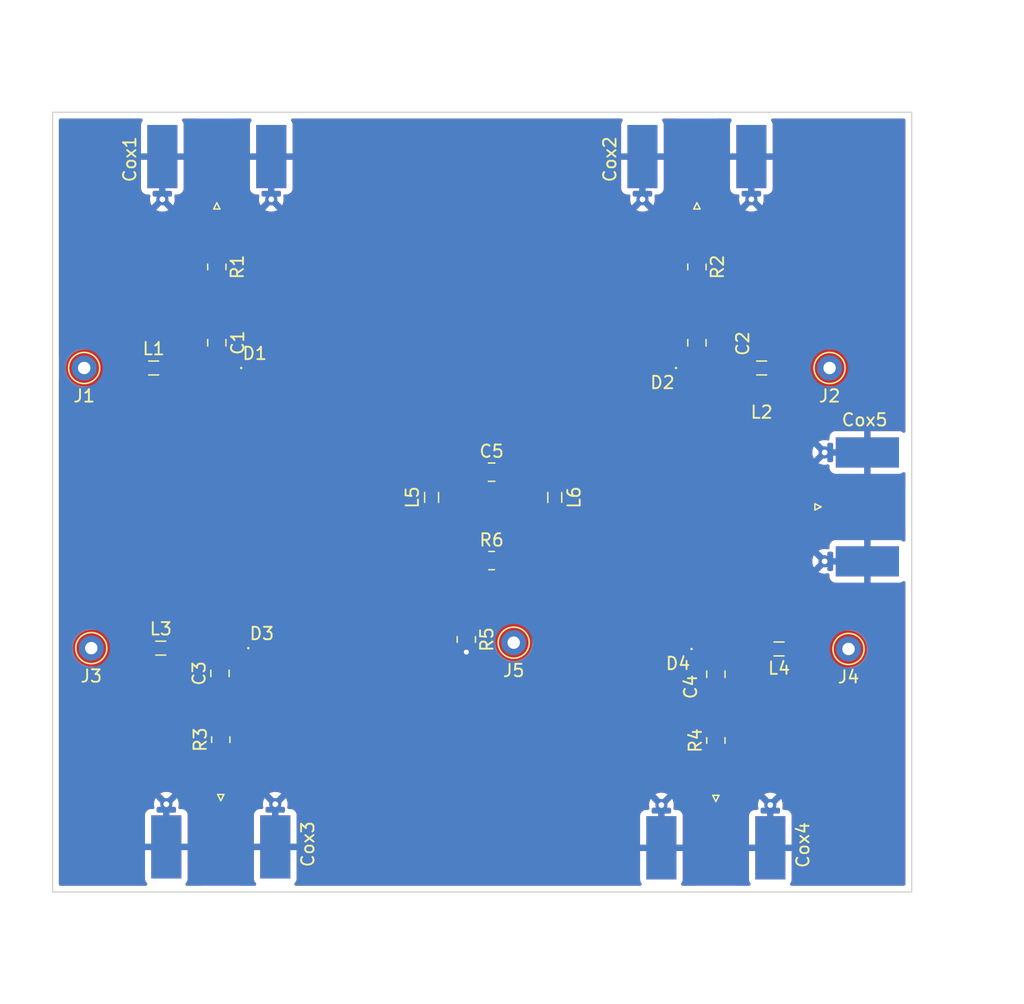
<source format=kicad_pcb>
(kicad_pcb (version 20211014) (generator pcbnew)
  (layers (0 "F.Cu" signal) (31 "B.Cu" signal) (34 "B.Paste" user) (35 "F.Paste" user) (36 "B.SilkS" user "B.Silkscreen") (37 "F.SilkS" user "F.Silkscreen") (38 "B.Mask" user) (39 "F.Mask" user) (44 "Edge.Cuts" user))
  (net 0 "")
  (net 1 "Net-(C1-Pad2)")
  (net 2 "Net-(C2-Pad1)")
  (net 3 "Net-(C2-Pad2)")
  (net 4 "Net-(C3-Pad1)")
  (net 5 "Net-(C3-Pad2)")
  (net 6 "Net-(C4-Pad1)")
  (net 7 "Net-(C4-Pad2)")
  (net 8 "Earth")
  (net 9 "Net-(C5-Pad1)")
  (net 10 "Net-(C5-Pad2)")
  (net 11 "Net-(Cox1-Pad1)")
  (net 12 "Net-(Cox2-Pad1)")
  (net 13 "Net-(C1-Pad1)")
  (net 14 "Net-(Cox3-Pad1)")
  (net 15 "Net-(Cox4-Pad1)")
  (net 16 "Net-(J1-Pad1)")
  (net 17 "Net-(J2-Pad1)")
  (net 18 "Net-(J3-Pad1)")
  (net 19 "Net-(J4-Pad1)")
  (net 20 "Net-(J5-Pad1)")
  (net 21 "Net-(L5-Pad1)")
  (footprint "Inductor_SMD:L_0805_2012Metric" (layer "F.Cu") (at 108.524 121.092)
    (fp_text reference "L3" (at 0 -1.55) (layer "F.SilkS"))
    (fp_text value "10uF")
    (fp_line (start -0.399622 0.56) (end 0.399622 0.56) (layer "F.SilkS") (width 0.12))
    (fp_line (start -0.399622 -0.56) (end 0.399622 -0.56) (layer "F.SilkS") (width 0.12))
    (pad "1" smd roundrect locked (at -1.0625 0) (size 0.875 1.2) (layers "F.Cu" "F.Paste" "F.Mask") (net 18 "Net-(J3-Pad1)"))
    (pad "2" smd roundrect locked (at 1.0625 0) (size 0.875 1.2) (layers "F.Cu" "F.Paste" "F.Mask") (net 5 "Net-(C3-Pad2)"))
  )
  (footprint "Connector_Pin:Pin_D1.0mm_L10.0mm" (layer "F.Cu") (at 102.362 98.552)
    (fp_text reference "J1" (at 0 2.25) (layer "F.SilkS"))
    (fp_text value "Conn_01x01_Male")
    (fp_circle (center 0 0) (end 1.25 0.05) (layer "F.SilkS") (width 0.12) (fill none))
    (pad "1" thru_hole circle locked (at 0 0) (size 2 2) (drill 1) (layers *.Cu *.Mask) (net 16 "Net-(J1-Pad1)"))
  )
  (footprint "Diode_SMD:D_0402_1005Metric" (layer "F.Cu") (at 116.652 121.092)
    (fp_text reference "D3" (at 0 -1.17) (layer "F.SilkS"))
    (fp_text value "DIODE")
    (fp_circle (center -1.09 0) (end -1.04 0) (layer "F.SilkS") (width 0.1) (fill none))
    (pad "1" smd roundrect locked (at -0.485 0) (size 0.59 0.64) (layers "F.Cu" "F.Paste" "F.Mask") (net 5 "Net-(C3-Pad2)"))
    (pad "2" smd roundrect locked (at 0.485 0) (size 0.59 0.64) (layers "F.Cu" "F.Paste" "F.Mask") (net 9 "Net-(C5-Pad1)"))
  )
  (footprint "Connector_Coaxial:SMA_Molex_73251-1153_EdgeMount_Horizontal" (layer "F.Cu") (at 113.03 83.26 -90)
    (fp_text reference "Cox1" (at -1.5 7 90) (layer "F.SilkS"))
    (fp_text value "Conn_Coaxial")
    (fp_line (start 2.5 -0.25) (end 2.5 0.25) (layer "F.SilkS") (width 0.12))
    (fp_line (start 2.5 0.25) (end 2 0) (layer "F.SilkS") (width 0.12))
    (fp_line (start 2 0) (end 2.5 -0.25) (layer "F.SilkS") (width 0.12))
    (pad "1" smd rect locked (at -1.72 0 270) (size 5.08 2.29) (layers "F.Cu" "F.Paste" "F.Mask") (net 11 "Net-(Cox1-Pad1)"))
    (pad "2" smd rect locked (at 1.27 -4.38 270) (size 0.95 0.46) (layers "B.Cu") (net 8 "Earth"))
    (pad "2" thru_hole circle locked (at 1.72 -4.38 270) (size 0.97 0.97) (drill 0.46) (layers *.Cu) (net 8 "Earth"))
    (pad "2" smd rect locked (at -1.72 -4.38 270) (size 5.08 2.42) (layers "B.Cu" "B.Paste" "B.Mask") (net 8 "Earth"))
    (pad "2" smd rect locked (at -1.72 -4.38 270) (size 5.08 2.42) (layers "F.Cu" "F.Paste" "F.Mask") (net 8 "Earth"))
    (pad "2" thru_hole circle locked (at 1.72 4.38 270) (size 0.97 0.97) (drill 0.46) (layers *.Cu) (net 8 "Earth"))
    (pad "2" smd rect locked (at 1.27 4.38 270) (size 0.95 0.46) (layers "F.Cu") (net 8 "Earth"))
    (pad "2" smd rect locked (at 1.27 -4.38 270) (size 0.95 0.46) (layers "F.Cu") (net 8 "Earth"))
    (pad "2" smd rect locked (at 1.27 4.38 270) (size 0.95 0.46) (layers "B.Cu") (net 8 "Earth"))
    (pad "2" smd rect locked (at -1.72 4.38 270) (size 5.08 2.42) (layers "F.Cu" "F.Paste" "F.Mask") (net 8 "Earth"))
    (pad "2" smd rect locked (at -1.72 4.38 270) (size 5.08 2.42) (layers "B.Cu" "B.Paste" "B.Mask") (net 8 "Earth"))
  )
  (footprint "Connector_Pin:Pin_D1.0mm_L10.0mm" (layer "F.Cu") (at 162.306 98.552)
    (fp_text reference "J2" (at 0 2.25) (layer "F.SilkS"))
    (fp_text value "Conn_01x01_Male")
    (fp_circle (center 0 0) (end 1.25 0.05) (layer "F.SilkS") (width 0.12) (fill none))
    (pad "1" thru_hole circle locked (at 0 0) (size 2 2) (drill 1) (layers *.Cu *.Mask) (net 17 "Net-(J2-Pad1)"))
  )
  (footprint "Diode_SMD:D_0402_1005Metric" (layer "F.Cu") (at 116.078 98.552)
    (fp_text reference "D1" (at 0 -1.17) (layer "F.SilkS"))
    (fp_text value "DIODE")
    (fp_circle (center -1.09 0) (end -1.04 0) (layer "F.SilkS") (width 0.1) (fill none))
    (pad "1" smd roundrect locked (at -0.485 0) (size 0.59 0.64) (layers "F.Cu" "F.Paste" "F.Mask") (net 1 "Net-(C1-Pad2)"))
    (pad "2" smd roundrect locked (at 0.485 0) (size 0.59 0.64) (layers "F.Cu" "F.Paste" "F.Mask") (net 9 "Net-(C5-Pad1)"))
  )
  (footprint "Resistor_SMD:R_0805_2012Metric" (layer "F.Cu") (at 153.162 128.524 90)
    (fp_text reference "R4" (at 0 -1.65 90) (layer "F.SilkS"))
    (fp_text value "50")
    (fp_line (start -0.227064 0.735) (end 0.227064 0.735) (layer "F.SilkS") (width 0.12))
    (fp_line (start -0.227064 -0.735) (end 0.227064 -0.735) (layer "F.SilkS") (width 0.12))
    (pad "1" smd roundrect locked (at -0.9125 0 90) (size 1.025 1.4) (layers "F.Cu" "F.Paste" "F.Mask") (roundrect_rratio 0.243902) (net 15 "Net-(Cox4-Pad1)"))
    (pad "2" smd roundrect locked (at 0.9125 0 90) (size 1.025 1.4) (layers "F.Cu" "F.Paste" "F.Mask") (roundrect_rratio 0.243902) (net 6 "Net-(C4-Pad1)"))
  )
  (footprint "Connector_Coaxial:SMA_Molex_73251-1153_EdgeMount_Horizontal" (layer "F.Cu") (at 151.638 83.26 -90)
    (fp_text reference "Cox2" (at -1.5 7 90) (layer "F.SilkS"))
    (fp_text value "Conn_Coaxial")
    (fp_line (start 2 0) (end 2.5 -0.25) (layer "F.SilkS") (width 0.12))
    (fp_line (start 2.5 0.25) (end 2 0) (layer "F.SilkS") (width 0.12))
    (fp_line (start 2.5 -0.25) (end 2.5 0.25) (layer "F.SilkS") (width 0.12))
    (pad "1" smd rect locked (at -1.72 0 270) (size 5.08 2.29) (layers "F.Cu" "F.Paste" "F.Mask") (net 12 "Net-(Cox2-Pad1)"))
    (pad "2" smd rect locked (at 1.27 -4.38 270) (size 0.95 0.46) (layers "B.Cu") (net 8 "Earth"))
    (pad "2" smd rect locked (at -1.72 -4.38 270) (size 5.08 2.42) (layers "F.Cu" "F.Paste" "F.Mask") (net 8 "Earth"))
    (pad "2" thru_hole circle locked (at 1.72 -4.38 270) (size 0.97 0.97) (drill 0.46) (layers *.Cu) (net 8 "Earth"))
    (pad "2" smd rect locked (at 1.27 4.38 270) (size 0.95 0.46) (layers "F.Cu") (net 8 "Earth"))
    (pad "2" smd rect locked (at 1.27 4.38 270) (size 0.95 0.46) (layers "B.Cu") (net 8 "Earth"))
    (pad "2" smd rect locked (at 1.27 -4.38 270) (size 0.95 0.46) (layers "F.Cu") (net 8 "Earth"))
    (pad "2" thru_hole circle locked (at 1.72 4.38 270) (size 0.97 0.97) (drill 0.46) (layers *.Cu) (net 8 "Earth"))
    (pad "2" smd rect locked (at -1.72 4.38 270) (size 5.08 2.42) (layers "F.Cu" "F.Paste" "F.Mask") (net 8 "Earth"))
    (pad "2" smd rect locked (at -1.72 -4.38 270) (size 5.08 2.42) (layers "B.Cu" "B.Paste" "B.Mask") (net 8 "Earth"))
    (pad "2" smd rect locked (at -1.72 4.38 270) (size 5.08 2.42) (layers "B.Cu" "B.Paste" "B.Mask") (net 8 "Earth"))
  )
  (footprint "Inductor_SMD:L_0805_2012Metric" (layer "F.Cu") (at 156.845 98.552 180)
    (fp_text reference "L2" (at 0 -3.556) (layer "F.SilkS"))
    (fp_text value "10uF")
    (fp_line (start -0.399622 -0.56) (end 0.399622 -0.56) (layer "F.SilkS") (width 0.12))
    (fp_line (start -0.399622 0.56) (end 0.399622 0.56) (layer "F.SilkS") (width 0.12))
    (pad "1" smd roundrect locked (at -1.0625 0 180) (size 0.875 1.2) (layers "F.Cu" "F.Paste" "F.Mask") (net 17 "Net-(J2-Pad1)"))
    (pad "2" smd roundrect locked (at 1.0625 0 180) (size 0.875 1.2) (layers "F.Cu" "F.Paste" "F.Mask") (net 3 "Net-(C2-Pad2)"))
  )
  (footprint "Connector_Pin:Pin_D1.0mm_L10.0mm" (layer "F.Cu") (at 163.83 121.158)
    (fp_text reference "J4" (at 0 2.25) (layer "F.SilkS"))
    (fp_text value "Conn_01x01_Male")
    (fp_circle (center 0 0) (end 1.25 0.05) (layer "F.SilkS") (width 0.12) (fill none))
    (pad "1" thru_hole circle locked (at 0 0) (size 2 2) (drill 1) (layers *.Cu *.Mask) (net 19 "Net-(J4-Pad1)"))
  )
  (footprint "Inductor_SMD:L_0805_2012Metric" (layer "F.Cu") (at 158.242 121.158 180)
    (fp_text reference "L4" (at 0 -1.55) (layer "F.SilkS"))
    (fp_text value "10uF")
    (fp_line (start -0.399622 0.56) (end 0.399622 0.56) (layer "F.SilkS") (width 0.12))
    (fp_line (start -0.399622 -0.56) (end 0.399622 -0.56) (layer "F.SilkS") (width 0.12))
    (pad "1" smd roundrect locked (at -1.0625 0 180) (size 0.875 1.2) (layers "F.Cu" "F.Paste" "F.Mask") (net 19 "Net-(J4-Pad1)"))
    (pad "2" smd roundrect locked (at 1.0625 0 180) (size 0.875 1.2) (layers "F.Cu" "F.Paste" "F.Mask") (net 7 "Net-(C4-Pad2)"))
  )
  (footprint "Inductor_SMD:L_0805_2012Metric" (layer "F.Cu") (at 140.208 108.966 -90)
    (fp_text reference "L6" (at 0 -1.55 90) (layer "F.SilkS"))
    (fp_text value "10uF")
    (fp_line (start -0.399622 0.56) (end 0.399622 0.56) (layer "F.SilkS") (width 0.12))
    (fp_line (start -0.399622 -0.56) (end 0.399622 -0.56) (layer "F.SilkS") (width 0.12))
    (pad "1" smd roundrect locked (at -1.0625 0 270) (size 0.875 1.2) (layers "F.Cu" "F.Paste" "F.Mask") (net 10 "Net-(C5-Pad2)"))
    (pad "2" smd roundrect locked (at 1.0625 0 270) (size 0.875 1.2) (layers "F.Cu" "F.Paste" "F.Mask") (net 20 "Net-(J5-Pad1)"))
  )
  (footprint "Inductor_SMD:L_0805_2012Metric" (layer "F.Cu") (at 107.95 98.552)
    (fp_text reference "L1" (at 0 -1.55) (layer "F.SilkS"))
    (fp_text value "10uF")
    (fp_line (start -0.399622 -0.56) (end 0.399622 -0.56) (layer "F.SilkS") (width 0.12))
    (fp_line (start -0.399622 0.56) (end 0.399622 0.56) (layer "F.SilkS") (width 0.12))
    (pad "1" smd roundrect locked (at -1.0625 0) (size 0.875 1.2) (layers "F.Cu" "F.Paste" "F.Mask") (net 16 "Net-(J1-Pad1)"))
    (pad "2" smd roundrect locked (at 1.0625 0) (size 0.875 1.2) (layers "F.Cu" "F.Paste" "F.Mask") (net 1 "Net-(C1-Pad2)"))
  )
  (footprint "Capacitor_SMD:C_0805_2012Metric" (layer "F.Cu") (at 113.03 96.52 -90)
    (fp_text reference "C1" (at 0 -1.68 90) (layer "F.SilkS"))
    (fp_text value "1nF")
    (fp_line (start -0.261252 -0.735) (end 0.261252 -0.735) (layer "F.SilkS") (width 0.12))
    (fp_line (start -0.261252 0.735) (end 0.261252 0.735) (layer "F.SilkS") (width 0.12))
    (pad "1" smd roundrect locked (at -0.95 0 270) (size 1 1.45) (layers "F.Cu" "F.Paste" "F.Mask") (net 13 "Net-(C1-Pad1)"))
    (pad "2" smd roundrect locked (at 0.95 0 270) (size 1 1.45) (layers "F.Cu" "F.Paste" "F.Mask") (net 1 "Net-(C1-Pad2)"))
  )
  (footprint "Diode_SMD:D_0402_1005Metric" (layer "F.Cu") (at 148.867 98.552 180)
    (fp_text reference "D2" (at 0 -1.17) (layer "F.SilkS"))
    (fp_text value "DIODE")
    (fp_circle (center -1.09 0) (end -1.04 0) (layer "F.SilkS") (width 0.1) (fill none))
    (pad "1" smd roundrect locked (at -0.485 0 180) (size 0.59 0.64) (layers "F.Cu" "F.Paste" "F.Mask") (net 3 "Net-(C2-Pad2)"))
    (pad "2" smd roundrect locked (at 0.485 0 180) (size 0.59 0.64) (layers "F.Cu" "F.Paste" "F.Mask") (net 9 "Net-(C5-Pad1)"))
  )
  (footprint "Connector_Pin:Pin_D1.0mm_L10.0mm" (layer "F.Cu") (at 136.906 120.65)
    (fp_text reference "J5" (at 0 2.25) (layer "F.SilkS"))
    (fp_text value "5V")
    (fp_circle (center 0 0) (end 1.25 0.05) (layer "F.SilkS") (width 0.12) (fill none))
    (pad "1" thru_hole circle locked (at 0 0) (size 2 2) (drill 1) (layers *.Cu *.Mask) (net 20 "Net-(J5-Pad1)"))
  )
  (footprint "Connector_Coaxial:SMA_Molex_73251-1153_EdgeMount_Horizontal" (layer "F.Cu") (at 163.628 109.728 180)
    (fp_text reference "Cox5" (at -1.5 7) (layer "F.SilkS"))
    (fp_text value "Conn_Coaxial")
    (fp_line (start 2.5 -0.25) (end 2.5 0.25) (layer "F.SilkS") (width 0.12))
    (fp_line (start 2 0) (end 2.5 -0.25) (layer "F.SilkS") (width 0.12))
    (fp_line (start 2.5 0.25) (end 2 0) (layer "F.SilkS") (width 0.12))
    (pad "1" smd rect locked (at -1.72 0 180) (size 5.08 2.29) (layers "F.Cu" "F.Paste" "F.Mask") (net 10 "Net-(C5-Pad2)"))
    (pad "2" thru_hole circle locked (at 1.72 4.38 180) (size 0.97 0.97) (drill 0.46) (layers *.Cu) (net 8 "Earth"))
    (pad "2" smd rect locked (at 1.27 -4.38 180) (size 0.95 0.46) (layers "F.Cu") (net 8 "Earth"))
    (pad "2" smd rect locked (at 1.27 4.38 180) (size 0.95 0.46) (layers "B.Cu") (net 8 "Earth"))
    (pad "2" thru_hole circle locked (at 1.72 -4.38 180) (size 0.97 0.97) (drill 0.46) (layers *.Cu) (net 8 "Earth"))
    (pad "2" smd rect locked (at -1.72 4.38 180) (size 5.08 2.42) (layers "F.Cu" "F.Paste" "F.Mask") (net 8 "Earth"))
    (pad "2" smd rect locked (at -1.72 -4.38 180) (size 5.08 2.42) (layers "F.Cu" "F.Paste" "F.Mask") (net 8 "Earth"))
    (pad "2" smd rect locked (at 1.27 -4.38 180) (size 0.95 0.46) (layers "B.Cu") (net 8 "Earth"))
    (pad "2" smd rect locked (at 1.27 4.38 180) (size 0.95 0.46) (layers "F.Cu") (net 8 "Earth"))
    (pad "2" smd rect locked (at -1.72 4.38 180) (size 5.08 2.42) (layers "B.Cu" "B.Paste" "B.Mask") (net 8 "Earth"))
    (pad "2" smd rect locked (at -1.72 -4.38 180) (size 5.08 2.42) (layers "B.Cu" "B.Paste" "B.Mask") (net 8 "Earth"))
  )
  (footprint "Resistor_SMD:R_0805_2012Metric" (layer "F.Cu") (at 113.35 128.458 90)
    (fp_text reference "R3" (at 0 -1.65 90) (layer "F.SilkS"))
    (fp_text value "50")
    (fp_line (start -0.227064 -0.735) (end 0.227064 -0.735) (layer "F.SilkS") (width 0.12))
    (fp_line (start -0.227064 0.735) (end 0.227064 0.735) (layer "F.SilkS") (width 0.12))
    (pad "1" smd roundrect locked (at -0.9125 0 90) (size 1.025 1.4) (layers "F.Cu" "F.Paste" "F.Mask") (roundrect_rratio 0.243902) (net 14 "Net-(Cox3-Pad1)"))
    (pad "2" smd roundrect locked (at 0.9125 0 90) (size 1.025 1.4) (layers "F.Cu" "F.Paste" "F.Mask") (roundrect_rratio 0.243902) (net 4 "Net-(C3-Pad1)"))
  )
  (footprint "Capacitor_SMD:C_0805_2012Metric" (layer "F.Cu") (at 113.284 123.124 90)
    (fp_text reference "C3" (at 0 -1.68 90) (layer "F.SilkS"))
    (fp_text value "1nF")
    (fp_line (start -0.261252 -0.735) (end 0.261252 -0.735) (layer "F.SilkS") (width 0.12))
    (fp_line (start -0.261252 0.735) (end 0.261252 0.735) (layer "F.SilkS") (width 0.12))
    (pad "1" smd roundrect locked (at -0.95 0 90) (size 1 1.45) (layers "F.Cu" "F.Paste" "F.Mask") (net 4 "Net-(C3-Pad1)"))
    (pad "2" smd roundrect locked (at 0.95 0 90) (size 1 1.45) (layers "F.Cu" "F.Paste" "F.Mask") (net 5 "Net-(C3-Pad2)"))
  )
  (footprint "Resistor_SMD:R_0805_2012Metric" (layer "F.Cu") (at 113.03 90.424 -90)
    (fp_text reference "R1" (at 0 -1.65 90) (layer "F.SilkS"))
    (fp_text value "50")
    (fp_line (start -0.227064 -0.735) (end 0.227064 -0.735) (layer "F.SilkS") (width 0.12))
    (fp_line (start -0.227064 0.735) (end 0.227064 0.735) (layer "F.SilkS") (width 0.12))
    (pad "1" smd roundrect locked (at -0.9125 0 270) (size 1.025 1.4) (layers "F.Cu" "F.Paste" "F.Mask") (roundrect_rratio 0.243902) (net 11 "Net-(Cox1-Pad1)"))
    (pad "2" smd roundrect locked (at 0.9125 0 270) (size 1.025 1.4) (layers "F.Cu" "F.Paste" "F.Mask") (roundrect_rratio 0.243902) (net 13 "Net-(C1-Pad1)"))
  )
  (footprint "Capacitor_SMD:C_0805_2012Metric" (layer "F.Cu") (at 135.128 106.934)
    (fp_text reference "C5" (at 0 -1.68) (layer "F.SilkS"))
    (fp_text value "1nF")
    (fp_line (start -0.261252 -0.735) (end 0.261252 -0.735) (layer "F.SilkS") (width 0.12))
    (fp_line (start -0.261252 0.735) (end 0.261252 0.735) (layer "F.SilkS") (width 0.12))
    (pad "1" smd roundrect locked (at -0.95 0) (size 1 1.45) (layers "F.Cu" "F.Paste" "F.Mask") (net 9 "Net-(C5-Pad1)"))
    (pad "2" smd roundrect locked (at 0.95 0) (size 1 1.45) (layers "F.Cu" "F.Paste" "F.Mask") (net 10 "Net-(C5-Pad2)"))
  )
  (footprint "Capacitor_SMD:C_0805_2012Metric" (layer "F.Cu") (at 151.638 96.52 -90)
    (fp_text reference "C2" (at 0.072 -3.686 90) (layer "F.SilkS"))
    (fp_text value "1nF")
    (fp_line (start -0.261252 -0.735) (end 0.261252 -0.735) (layer "F.SilkS") (width 0.12))
    (fp_line (start -0.261252 0.735) (end 0.261252 0.735) (layer "F.SilkS") (width 0.12))
    (pad "1" smd roundrect locked (at -0.95 0 270) (size 1 1.45) (layers "F.Cu" "F.Paste" "F.Mask") (net 2 "Net-(C2-Pad1)"))
    (pad "2" smd roundrect locked (at 0.95 0 270) (size 1 1.45) (layers "F.Cu" "F.Paste" "F.Mask") (net 3 "Net-(C2-Pad2)"))
  )
  (footprint "Resistor_SMD:R_0805_2012Metric" (layer "F.Cu") (at 151.638 90.424 -90)
    (fp_text reference "R2" (at 0 -1.65 90) (layer "F.SilkS"))
    (fp_text value "50")
    (fp_line (start -0.227064 -0.735) (end 0.227064 -0.735) (layer "F.SilkS") (width 0.12))
    (fp_line (start -0.227064 0.735) (end 0.227064 0.735) (layer "F.SilkS") (width 0.12))
    (pad "1" smd roundrect locked (at -0.9125 0 270) (size 1.025 1.4) (layers "F.Cu" "F.Paste" "F.Mask") (roundrect_rratio 0.243902) (net 12 "Net-(Cox2-Pad1)"))
    (pad "2" smd roundrect locked (at 0.9125 0 270) (size 1.025 1.4) (layers "F.Cu" "F.Paste" "F.Mask") (roundrect_rratio 0.243902) (net 2 "Net-(C2-Pad1)"))
  )
  (footprint "Inductor_SMD:L_0805_2012Metric" (layer "F.Cu") (at 130.302 108.966 90)
    (fp_text reference "L5" (at 0 -1.55 90) (layer "F.SilkS"))
    (fp_text value "10uF")
    (fp_line (start -0.399622 -0.56) (end 0.399622 -0.56) (layer "F.SilkS") (width 0.12))
    (fp_line (start -0.399622 0.56) (end 0.399622 0.56) (layer "F.SilkS") (width 0.12))
    (pad "1" smd roundrect locked (at -1.0625 0 90) (size 0.875 1.2) (layers "F.Cu" "F.Paste" "F.Mask") (net 21 "Net-(L5-Pad1)"))
    (pad "2" smd roundrect locked (at 1.0625 0 90) (size 0.875 1.2) (layers "F.Cu" "F.Paste" "F.Mask") (net 9 "Net-(C5-Pad1)"))
  )
  (footprint "Connector_Coaxial:SMA_Molex_73251-1153_EdgeMount_Horizontal" (layer "F.Cu") (at 113.35 135.368 90)
    (fp_text reference "Cox3" (at -1.5 7 90) (layer "F.SilkS"))
    (fp_text value "Conn_Coaxial")
    (fp_line (start 2.5 -0.25) (end 2.5 0.25) (layer "F.SilkS") (width 0.12))
    (fp_line (start 2.5 0.25) (end 2 0) (layer "F.SilkS") (width 0.12))
    (fp_line (start 2 0) (end 2.5 -0.25) (layer "F.SilkS") (width 0.12))
    (pad "1" smd rect locked (at -1.72 0 90) (size 5.08 2.29) (layers "F.Cu" "F.Paste" "F.Mask") (net 14 "Net-(Cox3-Pad1)"))
    (pad "2" smd rect locked (at -1.72 4.38 90) (size 5.08 2.42) (layers "B.Cu" "B.Paste" "B.Mask") (net 8 "Earth"))
    (pad "2" smd rect locked (at -1.72 -4.38 90) (size 5.08 2.42) (layers "B.Cu" "B.Paste" "B.Mask") (net 8 "Earth"))
    (pad "2" thru_hole circle locked (at 1.72 -4.38 90) (size 0.97 0.97) (drill 0.46) (layers *.Cu) (net 8 "Earth"))
    (pad "2" smd rect locked (at -1.72 4.38 90) (size 5.08 2.42) (layers "F.Cu" "F.Paste" "F.Mask") (net 8 "Earth"))
    (pad "2" smd rect locked (at 1.27 -4.38 90) (size 0.95 0.46) (layers "F.Cu") (net 8 "Earth"))
    (pad "2" smd rect locked (at 1.27 4.38 90) (size 0.95 0.46) (layers "F.Cu") (net 8 "Earth"))
    (pad "2" smd rect locked (at 1.27 4.38 90) (size 0.95 0.46) (layers "B.Cu") (net 8 "Earth"))
    (pad "2" smd rect locked (at 1.27 -4.38 90) (size 0.95 0.46) (layers "B.Cu") (net 8 "Earth"))
    (pad "2" thru_hole circle locked (at 1.72 4.38 90) (size 0.97 0.97) (drill 0.46) (layers *.Cu) (net 8 "Earth"))
    (pad "2" smd rect locked (at -1.72 -4.38 90) (size 5.08 2.42) (layers "F.Cu" "F.Paste" "F.Mask") (net 8 "Earth"))
  )
  (footprint "Capacitor_SMD:C_0805_2012Metric" (layer "F.Cu") (at 153.162 123.19 90)
    (fp_text reference "C4" (at -1.016 -2.032 90) (layer "F.SilkS"))
    (fp_text value "1nF")
    (fp_line (start -0.261252 -0.735) (end 0.261252 -0.735) (layer "F.SilkS") (width 0.12))
    (fp_line (start -0.261252 0.735) (end 0.261252 0.735) (layer "F.SilkS") (width 0.12))
    (pad "1" smd roundrect locked (at -0.95 0 90) (size 1 1.45) (layers "F.Cu" "F.Paste" "F.Mask") (net 6 "Net-(C4-Pad1)"))
    (pad "2" smd roundrect locked (at 0.95 0 90) (size 1 1.45) (layers "F.Cu" "F.Paste" "F.Mask") (net 7 "Net-(C4-Pad2)"))
  )
  (footprint "Resistor_SMD:R_0805_2012Metric" (layer "F.Cu") (at 135.128 114.046)
    (fp_text reference "R6" (at 0 -1.65) (layer "F.SilkS"))
    (fp_text value "68")
    (fp_line (start -0.227064 -0.735) (end 0.227064 -0.735) (layer "F.SilkS") (width 0.12))
    (fp_line (start -0.227064 0.735) (end 0.227064 0.735) (layer "F.SilkS") (width 0.12))
    (pad "1" smd roundrect locked (at -0.9125 0) (size 1.025 1.4) (layers "F.Cu" "F.Paste" "F.Mask") (roundrect_rratio 0.243902) (net 21 "Net-(L5-Pad1)"))
    (pad "2" smd roundrect locked (at 0.9125 0) (size 1.025 1.4) (layers "F.Cu" "F.Paste" "F.Mask") (roundrect_rratio 0.243902) (net 20 "Net-(J5-Pad1)"))
  )
  (footprint "Connector_Coaxial:SMA_Molex_73251-1153_EdgeMount_Horizontal" (layer "F.Cu") (at 153.162 135.434 90)
    (fp_text reference "Cox4" (at -1.5 7 90) (layer "F.SilkS"))
    (fp_text value "Conn_Coaxial")
    (fp_line (start 2 0) (end 2.5 -0.25) (layer "F.SilkS") (width 0.12))
    (fp_line (start 2.5 -0.25) (end 2.5 0.25) (layer "F.SilkS") (width 0.12))
    (fp_line (start 2.5 0.25) (end 2 0) (layer "F.SilkS") (width 0.12))
    (pad "1" smd rect locked (at -1.72 0 90) (size 5.08 2.29) (layers "F.Cu" "F.Paste" "F.Mask") (net 15 "Net-(Cox4-Pad1)"))
    (pad "2" smd rect locked (at -1.72 -4.38 90) (size 5.08 2.42) (layers "F.Cu" "F.Paste" "F.Mask") (net 8 "Earth"))
    (pad "2" thru_hole circle locked (at 1.72 -4.38 90) (size 0.97 0.97) (drill 0.46) (layers *.Cu) (net 8 "Earth"))
    (pad "2" smd rect locked (at -1.72 -4.38 90) (size 5.08 2.42) (layers "B.Cu" "B.Paste" "B.Mask") (net 8 "Earth"))
    (pad "2" smd rect locked (at 1.27 -4.38 90) (size 0.95 0.46) (layers "B.Cu") (net 8 "Earth"))
    (pad "2" smd rect locked (at -1.72 4.38 90) (size 5.08 2.42) (layers "F.Cu" "F.Paste" "F.Mask") (net 8 "Earth"))
    (pad "2" smd rect locked (at 1.27 4.38 90) (size 0.95 0.46) (layers "F.Cu") (net 8 "Earth"))
    (pad "2" smd rect locked (at 1.27 -4.38 90) (size 0.95 0.46) (layers "F.Cu") (net 8 "Earth"))
    (pad "2" smd rect locked (at 1.27 4.38 90) (size 0.95 0.46) (layers "B.Cu") (net 8 "Earth"))
    (pad "2" smd rect locked (at -1.72 4.38 90) (size 5.08 2.42) (layers "B.Cu" "B.Paste" "B.Mask") (net 8 "Earth"))
    (pad "2" thru_hole circle locked (at 1.72 4.38 90) (size 0.97 0.97) (drill 0.46) (layers *.Cu) (net 8 "Earth"))
  )
  (footprint "Connector_Pin:Pin_D1.0mm_L10.0mm" (layer "F.Cu") (at 102.936 121.092)
    (fp_text reference "J3" (at 0 2.25) (layer "F.SilkS"))
    (fp_text value "Conn_01x01_Male")
    (fp_circle (center 0 0) (end 1.25 0.05) (layer "F.SilkS") (width 0.12) (fill none))
    (pad "1" thru_hole circle locked (at 0 0) (size 2 2) (drill 1) (layers *.Cu *.Mask) (net 18 "Net-(J3-Pad1)"))
  )
  (footprint "Diode_SMD:D_0402_1005Metric" (layer "F.Cu") (at 150.114 121.158 180)
    (fp_text reference "D4" (at 0 -1.17) (layer "F.SilkS"))
    (fp_text value "DIODE")
    (fp_circle (center -1.09 0) (end -1.04 0) (layer "F.SilkS") (width 0.1) (fill none))
    (pad "1" smd roundrect locked (at -0.485 0 180) (size 0.59 0.64) (layers "F.Cu" "F.Paste" "F.Mask") (net 7 "Net-(C4-Pad2)"))
    (pad "2" smd roundrect locked (at 0.485 0 180) (size 0.59 0.64) (layers "F.Cu" "F.Paste" "F.Mask") (net 9 "Net-(C5-Pad1)"))
  )
  (footprint "Resistor_SMD:R_0805_2012Metric" (layer "F.Cu") (at 133.096 120.396 -90)
    (fp_text reference "R5" (at 0 -1.65 90) (layer "F.SilkS"))
    (fp_text value "330")
    (fp_line (start -0.227064 0.735) (end 0.227064 0.735) (layer "F.SilkS") (width 0.12))
    (fp_line (start -0.227064 -0.735) (end 0.227064 -0.735) (layer "F.SilkS") (width 0.12))
    (pad "1" smd roundrect locked (at -0.9125 0 270) (size 1.025 1.4) (layers "F.Cu" "F.Paste" "F.Mask") (roundrect_rratio 0.243902) (net 21 "Net-(L5-Pad1)"))
    (pad "2" smd roundrect locked (at 0.9125 0 270) (size 1.025 1.4) (layers "F.Cu" "F.Paste" "F.Mask") (roundrect_rratio 0.243902) (net 8 "Earth"))
  )
  (gr_rect (start 168.91 77.978) (end 99.822 140.716) (layer "Edge.Cuts") (width 0.1) (fill none))
  (segment (start 109.982 98.552) (end 114.3 98.552) (width 3) (layer "F.Cu") (net 1))
  (segment (start 151.638 92.202) (end 151.638 94.742) (width 3) (layer "F.Cu") (net 2))
  (segment (start 150.622 98.552) (end 154.94 98.552) (width 3) (layer "F.Cu") (net 3))
  (segment (start 113.284 126.68) (end 113.284 127.4795) (width 0.25) (layer "F.Cu") (net 4))
  (segment (start 113.284 127.4795) (end 113.35 127.5455) (width 0.25) (layer "F.Cu") (net 4))
  (segment (start 113.284 124.902) (end 113.284 126.68) (width 3) (layer "F.Cu") (net 4))
  (segment (start 110.556 121.092) (end 114.874 121.092) (width 3) (layer "F.Cu") (net 5))
  (segment (start 153.162 125.095) (end 153.162 126.873) (width 3) (layer "F.Cu") (net 6))
  (segment (start 151.765 121.158) (end 156.083 121.158) (width 3) (layer "F.Cu") (net 7))
  (via (at 133.096 121.412) (size 0.8) (drill 0.4) (layers "F.Cu" "B.Cu") (net 8))
  (segment (start 146.812 121.158) (end 142.24 125.73) (width 3) (layer "F.Cu") (net 9))
  (segment (start 128.143 106.934) (end 133.35 106.934) (width 3) (layer "F.Cu") (net 9))
  (segment (start 118.364 121.158) (end 120.015 121.158) (width 3) (layer "F.Cu") (net 9))
  (segment (start 147.193 98.552) (end 122.174 98.552) (width 3) (layer "F.Cu") (net 9))
  (segment (start 120.142 121.158) (end 120.142 114.935) (width 3) (layer "F.Cu") (net 9))
  (segment (start 124.714 125.73) (end 142.24 125.73) (width 3) (layer "F.Cu") (net 9))
  (segment (start 122.174 98.552) (end 117.602 98.552) (width 3) (layer "F.Cu") (net 9))
  (segment (start 128.143 104.521) (end 122.174 98.552) (width 3) (layer "F.Cu") (net 9))
  (segment (start 120.142 121.158) (end 124.714 125.73) (width 3) (layer "F.Cu") (net 9))
  (segment (start 146.812 121.158) (end 148.463 121.158) (width 3) (layer "F.Cu") (net 9))
  (segment (start 120.142 114.935) (end 128.143 106.934) (width 3) (layer "F.Cu") (net 9))
  (segment (start 128.143 106.934) (end 128.143 104.521) (width 3) (layer "F.Cu") (net 9))
  (segment (start 144.907 109.728) (end 165.348 109.728) (width 3) (layer "F.Cu") (net 10))
  (segment (start 142.113 106.934) (end 144.907 109.728) (width 3) (layer "F.Cu") (net 10))
  (segment (start 136.906 106.934) (end 142.113 106.934) (width 3) (layer "F.Cu") (net 10))
  (segment (start 113.03 81.286) (end 113.03 88.646) (width 3) (layer "F.Cu") (net 11))
  (segment (start 151.638 81.41) (end 151.638 88.77) (width 3) (layer "F.Cu") (net 12))
  (segment (start 113.03 92.202) (end 113.03 94.742) (width 3) (layer "F.Cu") (net 13))
  (segment (start 113.35 130.112) (end 113.35 137.472) (width 3) (layer "F.Cu") (net 14))
  (segment (start 153.162 130.178) (end 153.162 137.538) (width 3) (layer "F.Cu") (net 15))
  (segment (start 102.362 98.552) (end 105.918 98.552) (width 3) (layer "F.Cu") (net 16))
  (segment (start 158.877 98.552) (end 162.433 98.552) (width 3) (layer "F.Cu") (net 17))
  (segment (start 106.492 121.092) (end 102.936 121.092) (width 3) (layer "F.Cu") (net 18))
  (segment (start 160.274 121.158) (end 163.83 121.158) (width 3) (layer "F.Cu") (net 19))
  (segment (start 136.906 114.046) (end 136.906 120.65) (width 3) (layer "F.Cu") (net 20))
  (segment (start 139.954 110.998) (end 136.906 114.046) (width 3) (layer "F.Cu") (net 20))
  (segment (start 130.302 110.998) (end 133.096 113.792) (width 3) (layer "F.Cu") (net 21))
  (segment (start 133.096 113.792) (end 133.096 118.618) (width 3) (layer "F.Cu") (net 21))
  (zone (net 8) (net_name "Earth") (layer "F.Cu") (connect_pads (clearance 0.508)) (min_thickness 0.254) (fill yes (thermal_gap 0.508) (thermal_bridge_width 0.508))
    (polygon (pts (xy 168.91 140.716) (xy 99.822 140.716) (xy 99.822 77.978) (xy 168.91 77.978)))
  )
  (zone (net 8) (net_name "Earth") (layer "B.Cu") (connect_pads (clearance 0.508)) (min_thickness 0.254) (fill yes (thermal_gap 0.508) (thermal_bridge_width 0.508))
    (polygon (pts (xy 168.91 140.716) (xy 99.822 140.716) (xy 99.822 77.978) (xy 168.91 77.978)))
  )
)
</source>
